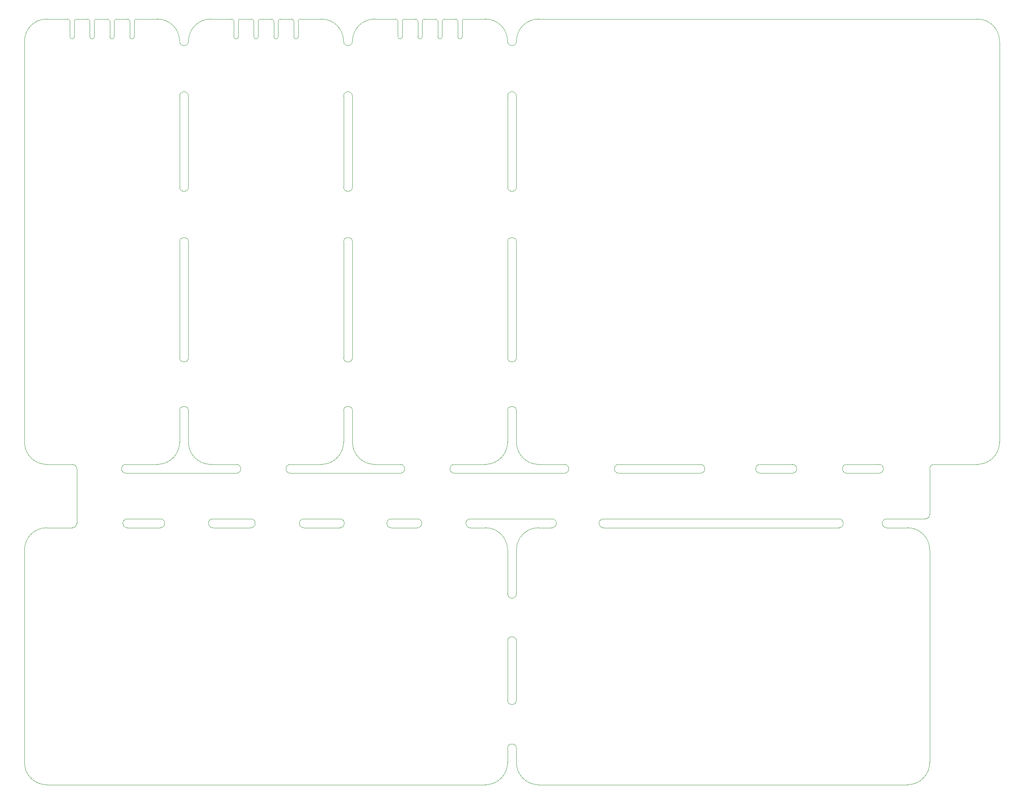
<source format=gm1>
G04 #@! TF.GenerationSoftware,KiCad,Pcbnew,8.0.4+1*
G04 #@! TF.CreationDate,2024-10-21T12:46:47+00:00*
G04 #@! TF.ProjectId,hw-openmower-universal,68772d6f-7065-46e6-9d6f-7765722d756e,rev?*
G04 #@! TF.SameCoordinates,Original*
G04 #@! TF.FileFunction,Profile,NP*
%FSLAX46Y46*%
G04 Gerber Fmt 4.6, Leading zero omitted, Abs format (unit mm)*
G04 Created by KiCad (PCBNEW 8.0.4+1) date 2024-10-21 12:46:47*
%MOMM*%
%LPD*%
G01*
G04 APERTURE LIST*
G04 #@! TA.AperFunction,Profile*
%ADD10C,0.050000*%
G04 #@! TD*
G04 APERTURE END LIST*
D10*
X119000000Y-57900000D02*
X119000000Y-37400000D01*
X156000000Y-173700000D02*
X156000000Y-160400000D01*
X156000000Y-149700000D02*
X156000000Y-139800000D01*
X145600000Y-134800000D02*
X149000000Y-134800000D01*
X68750001Y-23999999D02*
X68750001Y-20499999D01*
X239550000Y-134800000D02*
G75*
G02*
X239550000Y-132800000I0J1000000D01*
G01*
X56249999Y-24000001D02*
X56250000Y-20500000D01*
X239550000Y-134800000D02*
X244250000Y-134800000D01*
X80000000Y-115500000D02*
X80000000Y-108400000D01*
X133650000Y-132800000D02*
X127750000Y-132800000D01*
X75650000Y-132800000D02*
G75*
G02*
X75650000Y-134800000I0J-1000000D01*
G01*
X45000000Y-139800000D02*
G75*
G02*
X50000000Y-134800000I5000000J0D01*
G01*
X154000000Y-70300000D02*
G75*
G02*
X156000000Y-70300000I1000000J0D01*
G01*
X179100000Y-120500000D02*
X197500000Y-120500000D01*
X156000000Y-96400000D02*
X156000000Y-70300000D01*
X156000000Y-184600000D02*
X156000000Y-187800000D01*
X166800000Y-120500000D02*
G75*
G02*
X166800000Y-122500000I0J-1000000D01*
G01*
X106750001Y-24000001D02*
X106750000Y-20500000D01*
X133249999Y-20000000D02*
X130750001Y-20000000D01*
X100750000Y-19999999D02*
X98250002Y-19999999D01*
X82000000Y-25000000D02*
G75*
G02*
X87000000Y-20000000I5000000J0D01*
G01*
X112000000Y-20000000D02*
G75*
G02*
X117000000Y-25000000I0J-5000000D01*
G01*
X68200000Y-134800000D02*
X75650000Y-134800000D01*
X59249999Y-20000000D02*
G75*
G02*
X59750000Y-20500000I1J-500000D01*
G01*
X139250000Y-24000000D02*
G75*
G02*
X138250000Y-24000000I-500000J0D01*
G01*
X179100000Y-122500000D02*
G75*
G02*
X179100000Y-120500000I0J1000000D01*
G01*
X80000000Y-115500000D02*
G75*
G02*
X75000000Y-120500000I-5000000J0D01*
G01*
X130249999Y-24000001D02*
G75*
G02*
X129250001Y-24000001I-499999J1D01*
G01*
X230550000Y-122500000D02*
G75*
G02*
X230550000Y-120500000I0J1000000D01*
G01*
X142750001Y-23999999D02*
X142750001Y-20499999D01*
X60750001Y-20499999D02*
G75*
G02*
X61250002Y-20000001I499999J-1D01*
G01*
X249257107Y-121500000D02*
G75*
G02*
X250257107Y-120500007I999993J0D01*
G01*
X96050000Y-132800000D02*
G75*
G02*
X96050000Y-134800000I0J-1000000D01*
G01*
X70250001Y-20000000D02*
X75000000Y-20000000D01*
X156000000Y-139800000D02*
G75*
G02*
X161000000Y-134800000I5000000J0D01*
G01*
X63750000Y-19999999D02*
G75*
G02*
X64250001Y-20499999I0J-500001D01*
G01*
X116150000Y-132800000D02*
G75*
G02*
X116150000Y-134800000I0J-1000000D01*
G01*
X154000000Y-108400000D02*
G75*
G02*
X156000000Y-108400000I1000000J0D01*
G01*
X142250000Y-19999999D02*
X139750002Y-19999999D01*
X65250000Y-24000000D02*
G75*
G02*
X64250000Y-24000000I-500000J0D01*
G01*
X93249999Y-24000001D02*
X93250000Y-20500000D01*
X97750000Y-24000000D02*
X97750001Y-20499999D01*
X93250000Y-20500000D02*
G75*
G02*
X93750001Y-20000000I500000J0D01*
G01*
X175650000Y-134800000D02*
G75*
G02*
X175650000Y-132800000I0J1000000D01*
G01*
X75000000Y-120500000D02*
X67900000Y-120500000D01*
X91750000Y-20000000D02*
X87000000Y-20000000D01*
X80000000Y-108400000D02*
G75*
G02*
X82000000Y-108400000I1000000J0D01*
G01*
X161000000Y-192800000D02*
G75*
G02*
X156000000Y-187800000I0J5000000D01*
G01*
X249250000Y-187800000D02*
G75*
G02*
X244250000Y-192800000I-5000000J0D01*
G01*
X119000000Y-57900000D02*
G75*
G02*
X117000000Y-57900000I-1000000J0D01*
G01*
X102250000Y-24000000D02*
X102250001Y-20499999D01*
X82000000Y-57900000D02*
X82000000Y-37400000D01*
X211000000Y-122500000D02*
G75*
G02*
X211000000Y-120500000I0J1000000D01*
G01*
X117000000Y-37400000D02*
G75*
G02*
X119000000Y-37400000I1000000J0D01*
G01*
X133249999Y-20000000D02*
G75*
G02*
X133750000Y-20500000I1J-500000D01*
G01*
X230550000Y-120500000D02*
X237800000Y-120500000D01*
X137750000Y-19999999D02*
G75*
G02*
X138250001Y-20499999I0J-500001D01*
G01*
X154000000Y-37400000D02*
G75*
G02*
X156000000Y-37400000I1000000J0D01*
G01*
X128750000Y-20000000D02*
X124000000Y-20000000D01*
X55800000Y-134800000D02*
X50000000Y-134800000D01*
X87000000Y-120500000D02*
G75*
G02*
X82000000Y-115500000I0J5000000D01*
G01*
X239550000Y-132800000D02*
X248242893Y-132800000D01*
X139250000Y-24000000D02*
X139250001Y-20499999D01*
X68250000Y-19999999D02*
X65750002Y-19999999D01*
X127750000Y-134800000D02*
X133650000Y-134800000D01*
X117000000Y-70300000D02*
X117000000Y-96400000D01*
X67900000Y-122500000D02*
X92800000Y-122500000D01*
X130250000Y-20500000D02*
G75*
G02*
X130750001Y-20000000I500000J0D01*
G01*
X105000000Y-122500000D02*
G75*
G02*
X105000000Y-120500000I0J1000000D01*
G01*
X154000000Y-187800000D02*
G75*
G02*
X149000000Y-192800000I-5000000J0D01*
G01*
X82000000Y-96400000D02*
X82000000Y-70300000D01*
X156000000Y-149700000D02*
G75*
G02*
X154000000Y-149700000I-1000000J0D01*
G01*
X149000000Y-120500000D02*
X142000000Y-120500000D01*
X129800000Y-120500000D02*
X124000000Y-120500000D01*
X144250001Y-20000000D02*
X149000000Y-20000000D01*
X228750000Y-134800000D02*
X175650000Y-134800000D01*
X59750000Y-24000000D02*
X59750000Y-20500000D01*
X45000000Y-25000000D02*
G75*
G02*
X50000000Y-20000000I5000000J0D01*
G01*
X154000000Y-160400000D02*
G75*
G02*
X156000000Y-160400000I1000000J0D01*
G01*
X130249999Y-24000001D02*
X130250000Y-20500000D01*
X105250000Y-19999999D02*
X102750002Y-19999999D01*
X108025000Y-134800000D02*
X116150000Y-134800000D01*
X112000000Y-120500000D02*
X105000000Y-120500000D01*
X69750000Y-20500000D02*
G75*
G02*
X70250001Y-20000000I500000J0D01*
G01*
X175650000Y-132800000D02*
X228750000Y-132800000D01*
X55800000Y-120500000D02*
G75*
G02*
X56800000Y-121500000I0J-1000000D01*
G01*
X142250000Y-19999999D02*
G75*
G02*
X142750001Y-20499999I0J-500001D01*
G01*
X101250000Y-24000000D02*
X101250000Y-20499999D01*
X65250001Y-20499999D02*
G75*
G02*
X65750002Y-20000001I499999J-1D01*
G01*
X127750000Y-134800000D02*
G75*
G02*
X127750000Y-132800000I0J1000000D01*
G01*
X117000000Y-115500000D02*
X117000000Y-108400000D01*
X87525000Y-134800000D02*
X96050000Y-134800000D01*
X119000000Y-25000000D02*
G75*
G02*
X117000000Y-25000000I-1000000J0D01*
G01*
X124000000Y-120500000D02*
G75*
G02*
X119000000Y-115500000I0J5000000D01*
G01*
X105250000Y-19999999D02*
G75*
G02*
X105750001Y-20499999I0J-500001D01*
G01*
X156000000Y-173700000D02*
G75*
G02*
X154000000Y-173700000I-1000000J0D01*
G01*
X68250000Y-19999999D02*
G75*
G02*
X68750001Y-20499999I0J-500001D01*
G01*
X156000000Y-57900000D02*
X156000000Y-37400000D01*
X56249999Y-24000001D02*
G75*
G02*
X55250001Y-24000001I-499999J1D01*
G01*
X117000000Y-70300000D02*
G75*
G02*
X119000000Y-70300000I1000000J0D01*
G01*
X133650000Y-132800000D02*
G75*
G02*
X133650000Y-134800000I0J-1000000D01*
G01*
X250257107Y-120500000D02*
X260000000Y-120500000D01*
X105750001Y-23999999D02*
X105750001Y-20499999D01*
X91750000Y-20000000D02*
G75*
G02*
X92250000Y-20500001I0J-500000D01*
G01*
X154000000Y-160400000D02*
X154000000Y-173700000D01*
X161000000Y-120500000D02*
X166800000Y-120500000D01*
X249250000Y-187800000D02*
X249250000Y-139800000D01*
X156000000Y-96400000D02*
G75*
G02*
X154000000Y-96400000I-1000000J0D01*
G01*
X143750000Y-20500000D02*
G75*
G02*
X144250001Y-20000000I500000J0D01*
G01*
X106750000Y-20500000D02*
G75*
G02*
X107250001Y-20000000I500000J0D01*
G01*
X137750000Y-19999999D02*
X135250002Y-19999999D01*
X117000000Y-115500000D02*
G75*
G02*
X112000000Y-120500000I-5000000J0D01*
G01*
X142000000Y-122500000D02*
G75*
G02*
X142000000Y-120500000I0J1000000D01*
G01*
X143750001Y-24000001D02*
X143750000Y-20500000D01*
X69750001Y-24000001D02*
X69750000Y-20500000D01*
X116150000Y-132800000D02*
X108025000Y-132800000D01*
X69750001Y-24000001D02*
G75*
G02*
X68749999Y-23999999I-500001J1D01*
G01*
X145600000Y-134800000D02*
G75*
G02*
X145600000Y-132800000I0J1000000D01*
G01*
X143750001Y-24000001D02*
G75*
G02*
X142749999Y-23999999I-500001J1D01*
G01*
X129800000Y-120500000D02*
G75*
G02*
X129800000Y-122500000I0J-1000000D01*
G01*
X75650000Y-132800000D02*
X68200000Y-132800000D01*
X82000000Y-25000000D02*
G75*
G02*
X80000000Y-25000000I-1000000J0D01*
G01*
X96750000Y-24000000D02*
X96750000Y-20500000D01*
X197500000Y-122500000D02*
X179100000Y-122500000D01*
X197500000Y-120500000D02*
G75*
G02*
X197500000Y-122500000I0J-1000000D01*
G01*
X59249999Y-20000000D02*
X56750001Y-20000000D01*
X142000000Y-122500000D02*
X166800000Y-122500000D01*
X97750000Y-24000000D02*
G75*
G02*
X96750000Y-24000000I-500000J0D01*
G01*
X50000000Y-120500000D02*
G75*
G02*
X45000000Y-115500000I0J5000000D01*
G01*
X54750000Y-20000000D02*
X50000000Y-20000000D01*
X87000000Y-120500000D02*
X92800000Y-120500000D01*
X228750000Y-132800000D02*
G75*
G02*
X228750000Y-134800000I0J-1000000D01*
G01*
X129249999Y-24000001D02*
X129250000Y-20500001D01*
X154000000Y-149700000D02*
X154000000Y-139800000D01*
X154000000Y-187800000D02*
X154000000Y-184600000D01*
X80000000Y-70300000D02*
G75*
G02*
X82000000Y-70300000I1000000J0D01*
G01*
X92800000Y-120500000D02*
G75*
G02*
X92800000Y-122500000I0J-1000000D01*
G01*
X156000000Y-57900000D02*
G75*
G02*
X154000000Y-57900000I-1000000J0D01*
G01*
X45000000Y-139800000D02*
X45000000Y-187800000D01*
X119000000Y-115500000D02*
X119000000Y-108400000D01*
X249250025Y-131800000D02*
G75*
G02*
X248242893Y-132800000I-1000025J0D01*
G01*
X65250000Y-24000000D02*
X65250001Y-20499999D01*
X237800000Y-120500000D02*
G75*
G02*
X237800000Y-122500000I0J-1000000D01*
G01*
X60750000Y-24000000D02*
G75*
G02*
X59750000Y-24000000I-500000J0D01*
G01*
X96249999Y-20000000D02*
X93750001Y-20000000D01*
X134750000Y-24000000D02*
G75*
G02*
X133750000Y-24000000I-500000J0D01*
G01*
X154000000Y-70300000D02*
X154000000Y-96400000D01*
X82000000Y-57900000D02*
G75*
G02*
X80000000Y-57900000I-1000000J0D01*
G01*
X117000000Y-37400000D02*
X117000000Y-57900000D01*
X244250000Y-134800000D02*
G75*
G02*
X249250000Y-139800000I0J-5000000D01*
G01*
X119000000Y-25000000D02*
G75*
G02*
X124000000Y-20000000I5000000J0D01*
G01*
X156000000Y-25000000D02*
G75*
G02*
X154000000Y-25000000I-1000000J0D01*
G01*
X149000000Y-134800000D02*
G75*
G02*
X154000000Y-139800000I0J-5000000D01*
G01*
X68200000Y-134800000D02*
G75*
G02*
X68200000Y-132800000I0J1000000D01*
G01*
X154000000Y-184600000D02*
G75*
G02*
X156000000Y-184600000I1000000J0D01*
G01*
X82000000Y-115500000D02*
X82000000Y-108400000D01*
X119000000Y-96400000D02*
X119000000Y-70300000D01*
X139250001Y-20499999D02*
G75*
G02*
X139750002Y-20000001I499999J-1D01*
G01*
X50000000Y-192800000D02*
X149000000Y-192800000D01*
X265000000Y-115500000D02*
G75*
G02*
X260000000Y-120500000I-5000000J0D01*
G01*
X87525000Y-134800000D02*
G75*
G02*
X87525000Y-132800000I0J1000000D01*
G01*
X211000000Y-120500000D02*
X218250000Y-120500000D01*
X161000000Y-192800000D02*
X244250000Y-192800000D01*
X75000000Y-20000000D02*
G75*
G02*
X80000000Y-25000000I0J-5000000D01*
G01*
X119000000Y-96400000D02*
G75*
G02*
X117000000Y-96400000I-1000000J0D01*
G01*
X80000000Y-70300000D02*
X80000000Y-96400000D01*
X108025000Y-134800000D02*
G75*
G02*
X108025000Y-132800000I0J1000000D01*
G01*
X260000000Y-20000000D02*
G75*
G02*
X265000000Y-25000000I0J-5000000D01*
G01*
X80000000Y-37400000D02*
G75*
G02*
X82000000Y-37400000I1000000J0D01*
G01*
X102250001Y-20499999D02*
G75*
G02*
X102750002Y-20000001I499999J-1D01*
G01*
X117000000Y-108400000D02*
G75*
G02*
X119000000Y-108400000I1000000J0D01*
G01*
X67900000Y-122500000D02*
G75*
G02*
X67900000Y-120500000I0J1000000D01*
G01*
X82000000Y-96400000D02*
G75*
G02*
X80000000Y-96400000I-1000000J0D01*
G01*
X102250000Y-24000000D02*
G75*
G02*
X101250000Y-24000000I-500000J0D01*
G01*
X54750000Y-20000000D02*
G75*
G02*
X55250000Y-20500001I0J-500000D01*
G01*
X154000000Y-115500000D02*
X154000000Y-108400000D01*
X161000000Y-120500000D02*
G75*
G02*
X156000000Y-115500000I0J5000000D01*
G01*
X154000000Y-115500000D02*
G75*
G02*
X149000000Y-120500000I-5000000J0D01*
G01*
X64250000Y-24000000D02*
X64250000Y-20499999D01*
X50000000Y-192800000D02*
G75*
G02*
X45000000Y-187800000I0J5000000D01*
G01*
X138250000Y-24000000D02*
X138250000Y-20499999D01*
X96050000Y-132800000D02*
X87525000Y-132800000D01*
X56250000Y-20500000D02*
G75*
G02*
X56750001Y-20000000I500000J0D01*
G01*
X154000000Y-37400000D02*
X154000000Y-57900000D01*
X97750001Y-20499999D02*
G75*
G02*
X98250002Y-20000001I499999J-1D01*
G01*
X149000000Y-20000000D02*
G75*
G02*
X154000000Y-25000000I0J-5000000D01*
G01*
X134750000Y-24000000D02*
X134750001Y-20499999D01*
X133750000Y-24000000D02*
X133750000Y-20500000D01*
X260000000Y-20000000D02*
X161000000Y-20000000D01*
X93249999Y-24000001D02*
G75*
G02*
X92250001Y-24000001I-499999J1D01*
G01*
X218250000Y-120500000D02*
G75*
G02*
X218250000Y-122500000I0J-1000000D01*
G01*
X156000000Y-115500000D02*
X156000000Y-108400000D01*
X164000000Y-134800000D02*
X161000000Y-134800000D01*
X96249999Y-20000000D02*
G75*
G02*
X96750000Y-20500000I1J-500000D01*
G01*
X60750000Y-24000000D02*
X60750001Y-20499999D01*
X164000000Y-132800000D02*
X145600000Y-132800000D01*
X105000000Y-122500000D02*
X129800000Y-122500000D01*
X106750001Y-24000001D02*
G75*
G02*
X105749999Y-23999999I-500001J1D01*
G01*
X156000000Y-25000000D02*
G75*
G02*
X161000000Y-20000000I5000000J0D01*
G01*
X45000000Y-115500000D02*
X45000000Y-25000000D01*
X134750001Y-20499999D02*
G75*
G02*
X135250002Y-20000001I499999J-1D01*
G01*
X63750000Y-19999999D02*
X61250002Y-19999999D01*
X107250001Y-20000000D02*
X112000000Y-20000000D01*
X50000000Y-120500000D02*
X55800000Y-120500000D01*
X237800000Y-122500000D02*
X230550000Y-122500000D01*
X128750000Y-20000000D02*
G75*
G02*
X129250000Y-20500001I0J-500000D01*
G01*
X56800000Y-133800000D02*
G75*
G02*
X55800000Y-134800000I-1000000J0D01*
G01*
X218250000Y-122500000D02*
X211000000Y-122500000D01*
X100750000Y-19999999D02*
G75*
G02*
X101250001Y-20499999I0J-500001D01*
G01*
X56800000Y-121500000D02*
X56800000Y-133800000D01*
X80000000Y-37400000D02*
X80000000Y-57900000D01*
X92249999Y-24000001D02*
X92250000Y-20500001D01*
X265000000Y-115500000D02*
X265000000Y-25000000D01*
X164000000Y-132800000D02*
G75*
G02*
X164000000Y-134800000I0J-1000000D01*
G01*
X249250025Y-131800000D02*
X249257107Y-121500000D01*
X55249999Y-24000001D02*
X55250000Y-20500001D01*
M02*

</source>
